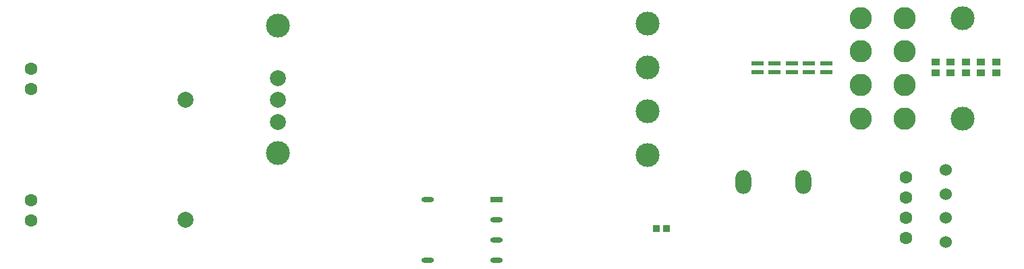
<source format=gbr>
%TF.GenerationSoftware,Altium Limited,Altium Designer,19.1.8 (144)*%
G04 Layer_Color=255*
%FSLAX26Y26*%
%MOIN*%
%TF.FileFunction,Pads,Bot*%
%TF.Part,Single*%
G01*
G75*
%TA.AperFunction,SMDPad,CuDef*%
%ADD13R,0.033465X0.037402*%
%TA.AperFunction,ComponentPad*%
%ADD20O,0.078740X0.118110*%
%ADD21C,0.118110*%
%ADD22C,0.110240*%
%ADD23C,0.060000*%
%ADD24C,0.062992*%
%ADD25C,0.118110*%
%ADD26C,0.078740*%
%TA.AperFunction,SMDPad,CuDef*%
%ADD28O,0.061024X0.025591*%
%ADD29R,0.061024X0.025591*%
%ADD30R,0.062992X0.023622*%
%ADD31R,0.039370X0.035433*%
D13*
X4982493Y3840311D02*
D03*
X4931311D02*
D03*
D20*
X5657638Y4070000D02*
D03*
X5362362D02*
D03*
D21*
X6445000Y4881060D02*
D03*
Y4385000D02*
D03*
D22*
X5941060D02*
D03*
Y4550350D02*
D03*
Y4715710D02*
D03*
Y4881060D02*
D03*
X6157600Y4385000D02*
D03*
Y4550350D02*
D03*
Y4715710D02*
D03*
Y4881060D02*
D03*
D23*
X6359921Y4129646D02*
D03*
Y4011535D02*
D03*
Y3893425D02*
D03*
Y3775315D02*
D03*
D24*
X6165000Y3795000D02*
D03*
Y3895000D02*
D03*
Y3995000D02*
D03*
Y4095000D02*
D03*
X1840000Y4630000D02*
D03*
Y4530000D02*
D03*
Y3980000D02*
D03*
Y3880000D02*
D03*
D25*
X3062008Y4844961D02*
D03*
Y4215039D02*
D03*
X4887992Y4854803D02*
D03*
Y4638268D02*
D03*
Y4421732D02*
D03*
Y4205197D02*
D03*
D26*
X3062008Y4584331D02*
D03*
Y4475669D02*
D03*
Y4367402D02*
D03*
X2605000Y3885000D02*
D03*
Y4475551D02*
D03*
D28*
X3800000Y3685000D02*
D03*
Y3985000D02*
D03*
X4142520Y3685000D02*
D03*
Y3785000D02*
D03*
Y3885000D02*
D03*
D29*
Y3985000D02*
D03*
D30*
X5515000Y4615000D02*
D03*
Y4658307D02*
D03*
X5770000Y4615000D02*
D03*
Y4658307D02*
D03*
X5600000Y4615000D02*
D03*
Y4658307D02*
D03*
X5430000Y4615000D02*
D03*
Y4658307D02*
D03*
X5685000Y4615000D02*
D03*
Y4658307D02*
D03*
D31*
X6610000Y4610000D02*
D03*
Y4663150D02*
D03*
X6535000Y4610000D02*
D03*
Y4663150D02*
D03*
X6310000D02*
D03*
Y4610000D02*
D03*
X6385000Y4663150D02*
D03*
Y4610000D02*
D03*
X6460000Y4663150D02*
D03*
Y4610000D02*
D03*
%TF.MD5,e441fcc19cabb0d7a742c1dd5d024ec3*%
M02*

</source>
